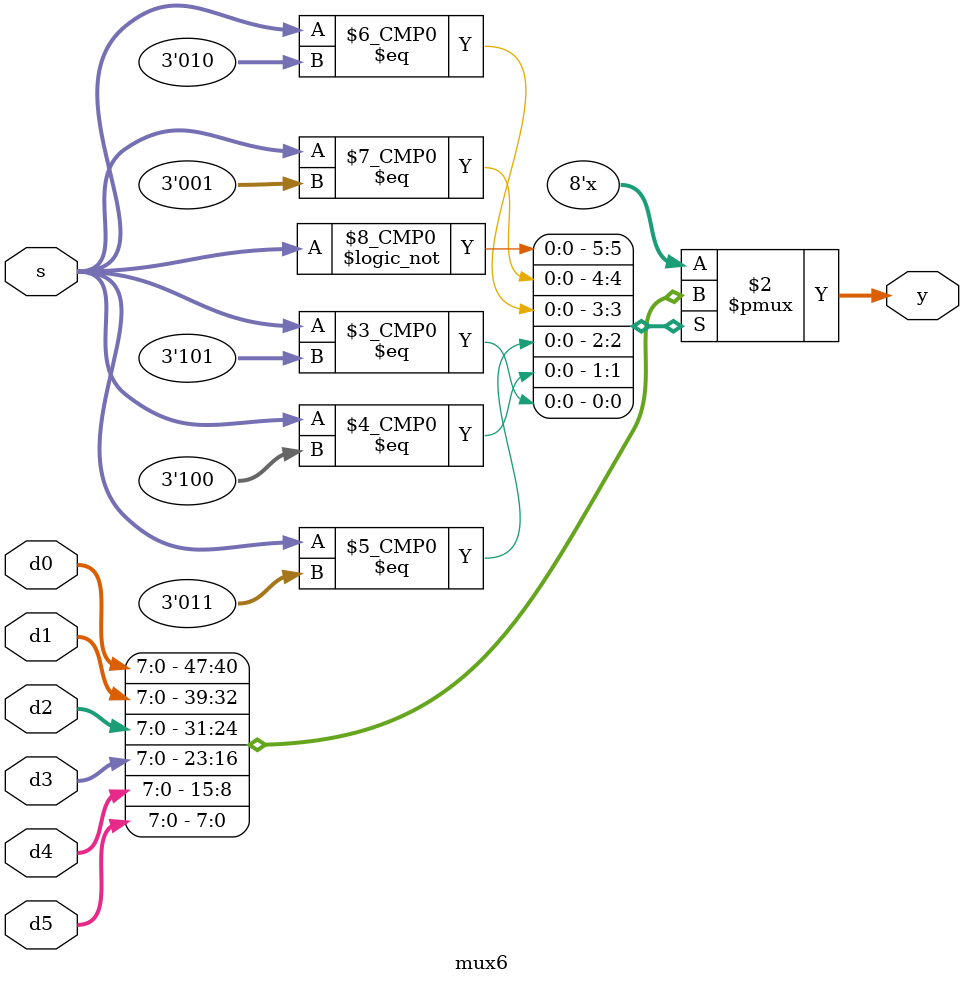
<source format=v>
`timescale 1ns / 1ps


module mux6 #(parameter WIDTH = 8) (d0, d1, d2, d3, d4, d5, s, y);
  input [WIDTH-1:0] d0, d1, d2, d3, d4, d5;
  input [2:0] s;
  output reg [WIDTH-1:0] y;

  always @(*)
    case(s)
      3'b000: y <= d0;
      3'b001: y <= d1;
      3'b010: y <= d2;
      3'b011: y <= d3;
      3'b100: y <= d4;
      3'b101: y <= d5;
    endcase
endmodule

</source>
